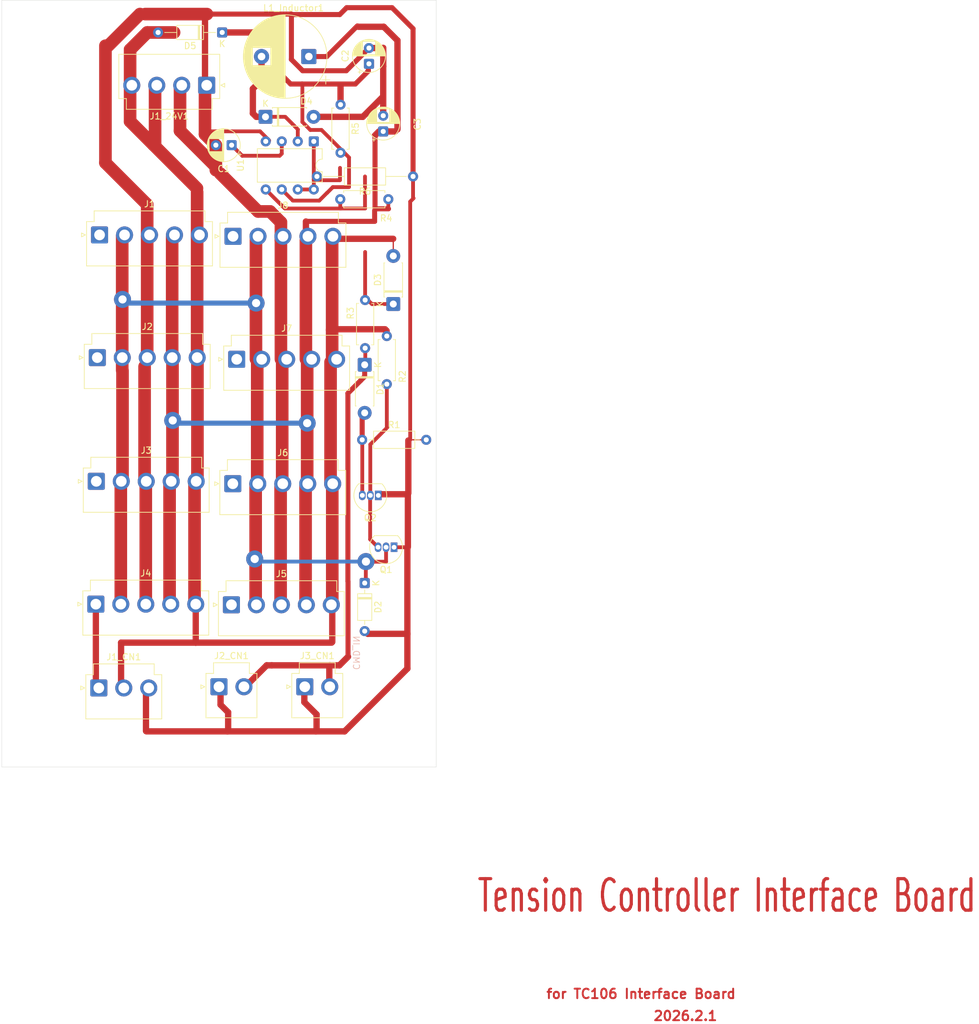
<source format=kicad_pcb>
(kicad_pcb (version 20241229) (generator "pcbnew") (generator_version "9.0")
  (layers (0 "F.Cu" signal) (2 "B.Cu" signal) (13 "F.Paste" user) (15 "B.Paste" user) (5 "F.SilkS" user "F.Silkscreen") (7 "B.SilkS" user "B.Silkscreen") (1 "F.Mask" user) (3 "B.Mask" user) (25 "Edge.Cuts" user))
  (net 0 "")
  (net 1 "+24V")
  (net 2 "Net-(D4-K)")
  (net 3 "Net-(D5-K)")
  (net 5 "GND")
  (net 6 "Net-(U1-Vfb)")
  (net 9 "/MC34063_TC")
  (net 10 "/TC_TX_REP")
  (net 11 "/TC_CMD_BUS")
  (net 12 "/+5V_OUT")
  (net 13 "/CMD_IN")
  (net 14 "/Q2C_NODE")
  (net 18 "/MC34063_SW_NODE")
  (net 19 "Net-(D3-K)")
  (net 21 "Net-(D1-A)")
  (net 22 "Net-(D2-K)")
  (net 23 "Net-(Q1-B)")
  (footprint "Connector_JST:JST_VH_B5P-VH-B_1x05_P3.96mm_Vertical" (layer "F.Cu") (at 124.3 69.34)
    (property "Reference" "J1" (at 7.92 -4.9 0) (layer "F.SilkS"))
    (property "Value" "Conn_01x05")
    (pad "1" thru_hole roundrect (at 0 0) (size 2.7 2.7) (drill 1.7) (layers "*.Cu" "*.Mask") (roundrect_rratio 0.092593))
    (pad "2" thru_hole circle (at 3.96 0) (size 2.7 2.7) (drill 1.7) (layers "*.Cu" "*.Mask") (net 11 "/TC_CMD_BUS"))
    (pad "3" thru_hole circle (at 7.92 0) (size 2.7 2.7) (drill 1.7) (layers "*.Cu" "*.Mask") (net 5 "GND"))
    (pad "4" thru_hole circle (at 11.88 0) (size 2.7 2.7) (drill 1.7) (layers "*.Cu" "*.Mask") (net 12 "/+5V_OUT"))
    (pad "5" thru_hole circle (at 15.84 0) (size 2.7 2.7) (drill 1.7) (layers "*.Cu" "*.Mask") (net 1 "+24V"))
  )
  (footprint "Capacitor_THT:CP_Radial_D5.0mm_P2.50mm" (layer "F.Cu") (at 169.28 52.94 90)
    (property "Reference" "C3" (at 1.14 5.43 90) (layer "F.SilkS"))
    (property "Value" "470uF 16V")
    (pad "1" thru_hole roundrect (at 0 0 90) (size 1.6 1.6) (drill 0.8) (layers "*.Cu" "*.Mask") (roundrect_rratio 0.15625) (net 12 "/+5V_OUT"))
    (pad "2" thru_hole circle (at 2.5 0 90) (size 1.6 1.6) (drill 0.8) (layers "*.Cu" "*.Mask") (net 5 "GND"))
  )
  (footprint "Resistor_THT:R_Axial_DIN0207_L6.3mm_D2.5mm_P15.24mm_Horizontal" (layer "F.Cu") (at 174.01 60.07 180)
    (property "Reference" "R6" (at 7.62 -2.37 180) (layer "F.SilkS"))
    (property "Value" "1.2k")
    (pad "1" thru_hole circle (at 0 0 180) (size 1.6 1.6) (drill 0.8) (layers "*.Cu" "*.Mask") (net 22 "Net-(D2-K)"))
    (pad "2" thru_hole circle (at 15.24 0 180) (size 1.6 1.6) (drill 0.8) (layers "*.Cu" "*.Mask") (net 3 "Net-(D5-K)"))
  )
  (footprint "Resistor_THT:R_Axial_DIN0207_L6.3mm_D2.5mm_P10.16mm_Horizontal" (layer "F.Cu") (at 165.94 101.81)
    (property "Reference" "R1" (at 5.08 -2.37 0) (layer "F.SilkS"))
    (property "Value" "0.22")
    (pad "1" thru_hole circle (at 0 0) (size 1.6 1.6) (drill 0.8) (layers "*.Cu" "*.Mask") (net 21 "Net-(D1-A)"))
    (pad "2" thru_hole circle (at 10.16 0) (size 1.6 1.6) (drill 0.8) (layers "*.Cu" "*.Mask") (net 5 "GND"))
  )
  (footprint "Connector_JST:JST_VH_B5P-VH-B_1x05_P3.96mm_Vertical" (layer "F.Cu") (at 145.4625 69.56)
    (property "Reference" "J8" (at 7.92 -4.9 0) (layer "F.SilkS"))
    (property "Value" "Conn_01x05" (hide yes))
    (pad "1" thru_hole roundrect (at 0 0) (size 2.7 2.7) (drill 1.7) (layers "*.Cu" "*.Mask") (roundrect_rratio 0.092593))
    (pad "2" thru_hole circle (at 3.96 0) (size 2.7 2.7) (drill 1.7) (layers "*.Cu" "*.Mask") (net 11 "/TC_CMD_BUS"))
    (pad "3" thru_hole circle (at 7.92 0) (size 2.7 2.7) (drill 1.7) (layers "*.Cu" "*.Mask") (net 5 "GND"))
    (pad "4" thru_hole circle (at 11.88 0) (size 2.7 2.7) (drill 1.7) (layers "*.Cu" "*.Mask") (net 12 "/+5V_OUT"))
    (pad "5" thru_hole circle (at 15.84 0) (size 2.7 2.7) (drill 1.7) (layers "*.Cu" "*.Mask") (net 1 "+24V"))
  )
  (footprint "Resistor_THT:R_Axial_DIN0207_L6.3mm_D2.5mm_P7.62mm_Horizontal" (layer "F.Cu") (at 169.8498 92.9894 90)
    (property "Reference" "R2" (at 1.21 2.49 90) (layer "F.SilkS"))
    (property "Value" "220")
    (pad "1" thru_hole circle (at 0 0 90) (size 1.6 1.6) (drill 0.8) (layers "*.Cu" "*.Mask") (net 14 "/Q2C_NODE"))
    (pad "2" thru_hole circle (at 7.62 0 90) (size 1.6 1.6) (drill 0.8) (layers "*.Cu" "*.Mask") (net 5 "GND"))
  )
  (footprint "Resistor_THT:R_Axial_DIN0207_L6.3mm_D2.5mm_P7.62mm_Horizontal" (layer "F.Cu") (at 166.41 87.28 90)
    (property "Reference" "R3" (at 5.54 -2.32 90) (layer "F.SilkS"))
    (property "Value" "10k")
    (pad "1" thru_hole circle (at 0 0 90) (size 1.6 1.6) (drill 0.8) (layers "*.Cu" "*.Mask") (net 23 "Net-(Q1-B)"))
    (pad "2" thru_hole circle (at 7.62 0 90) (size 1.6 1.6) (drill 0.8) (layers "*.Cu" "*.Mask") (net 1 "+24V"))
  )
  (footprint "Diode_THT:D_DO-35_SOD27_P7.62mm_Horizontal" (layer "F.Cu") (at 166.3446 124.5108 -90)
    (property "Reference" "D2" (at 3.81 -2.12 270) (layer "F.SilkS"))
    (property "Value" "1N4148")
    (fp_text user "K" (at 0 -1.8 270) (layer "F.SilkS"))
    (pad "1" thru_hole roundrect (at 0 0 270) (size 1.6 1.6) (drill 0.8) (layers "*.Cu" "*.Mask") (roundrect_rratio 0.15625) (net 22 "Net-(D2-K)"))
    (pad "2" thru_hole circle (at 7.62 0 270) (size 1.6 1.6) (drill 0.8) (layers "*.Cu" "*.Mask") (net 14 "/Q2C_NODE"))
  )
  (footprint "Diode_THT:D_DO-41_SOD81_P7.62mm_Horizontal" (layer "F.Cu") (at 166.34 89.92 -90)
    (property "Reference" "D1" (at 3.81 -2.47 270) (layer "F.SilkS"))
    (property "Value" "1N4148")
    (fp_text user "K" (at 0 -2.1 270) (layer "F.SilkS"))
    (pad "1" thru_hole roundrect (at 0 0 270) (size 2.2 2.2) (drill 1.1) (layers "*.Cu" "*.Mask") (roundrect_rratio 0.113636) (net 13 "/CMD_IN"))
    (pad "2" thru_hole circle (at 7.62 0 270) (size 2.2 2.2) (drill 1.1) (layers "*.Cu" "*.Mask") (net 21 "Net-(D1-A)"))
  )
  (footprint "Connector_JST:JST_VH_B5P-VH-B_1x05_P3.96mm_Vertical" (layer "F.Cu") (at 145.21 127.96)
    (property "Reference" "J5" (at 7.92 -4.9 0) (layer "F.SilkS"))
    (property "Value" "Conn_01x05" (hide yes))
    (pad "1" thru_hole roundrect (at 0 0) (size 2.7 2.7) (drill 1.7) (layers "*.Cu" "*.Mask") (roundrect_rratio 0.092593))
    (pad "2" thru_hole circle (at 3.96 0) (size 2.7 2.7) (drill 1.7) (layers "*.Cu" "*.Mask") (net 11 "/TC_CMD_BUS"))
    (pad "3" thru_hole circle (at 7.92 0) (size 2.7 2.7) (drill 1.7) (layers "*.Cu" "*.Mask") (net 5 "GND"))
    (pad "4" thru_hole circle (at 11.88 0) (size 2.7 2.7) (drill 1.7) (layers "*.Cu" "*.Mask") (net 12 "/+5V_OUT"))
    (pad "5" thru_hole circle (at 15.84 0) (size 2.7 2.7) (drill 1.7) (layers "*.Cu" "*.Mask") (net 1 "+24V"))
  )
  (footprint "Diode_THT:D_DO-41_SOD81_P7.62mm_Horizontal" (layer "F.Cu") (at 150.61 50.62)
    (property "Reference" "D4" (at 6.496428 -2.48 0) (layer "F.SilkS"))
    (property "Value" "1N5819")
    (fp_text user "K" (at 0 -2.1 0) (layer "F.SilkS"))
    (pad "1" thru_hole roundrect (at 0 0) (size 2.2 2.2) (drill 1.1) (layers "*.Cu" "*.Mask") (roundrect_rratio 0.113636) (net 2 "Net-(D4-K)"))
    (pad "2" thru_hole circle (at 7.62 0) (size 2.2 2.2) (drill 1.1) (layers "*.Cu" "*.Mask") (net 5 "GND"))
  )
  (footprint "Package_TO_SOT_THT:TO-92_Inline" (layer "F.Cu") (at 168.5 110.62 180)
    (property "Reference" "Q2" (at 1.27 -3.56 0) (layer "F.SilkS"))
    (property "Value" "DTC143E")
    (pad "1" thru_hole rect (at 0 0 180) (size 1.05 1.5) (drill 0.75) (layers "*.Cu" "*.Mask") (net 5 "GND"))
    (pad "2" thru_hole oval (at 1.27 0 180) (size 1.05 1.5) (drill 0.75) (layers "*.Cu" "*.Mask") (net 11 "/TC_CMD_BUS"))
    (pad "3" thru_hole oval (at 2.54 0 180) (size 1.05 1.5) (drill 0.75) (layers "*.Cu" "*.Mask") (net 21 "Net-(D1-A)"))
  )
  (footprint "Capacitor_THT:CP_Radial_D13.0mm_P7.50mm" (layer "F.Cu") (at 157.485216 41.07 180)
    (property "Reference" "L1_Inductor1" (at 2.428788 7.7 0) (layer "F.SilkS"))
    (property "Value" "L_Ferrite" (hide yes))
    (pad "1" thru_hole roundrect (at 0 0 180) (size 2.4 2.4) (drill 1.2) (layers "*.Cu" "*.Mask") (roundrect_rratio 0.104167) (net 12 "/+5V_OUT"))
    (pad "2" thru_hole circle (at 7.5 0 180) (size 2.4 2.4) (drill 1.2) (layers "*.Cu" "*.Mask") (net 2 "Net-(D4-K)"))
  )
  (footprint "Capacitor_THT:CP_Radial_D5.0mm_P2.50mm" (layer "F.Cu") (at 167.02 42.22 90)
    (property "Reference" "C2" (at 1.25 -3.75 90) (layer "F.SilkS"))
    (property "Value" "1000uF 35V")
    (pad "1" thru_hole roundrect (at 0 0 90) (size 1.6 1.6) (drill 0.8) (layers "*.Cu" "*.Mask") (roundrect_rratio 0.15625) (net 9 "/MC34063_TC"))
    (pad "2" thru_hole circle (at 2.5 0 90) (size 1.6 1.6) (drill 0.8) (layers "*.Cu" "*.Mask") (net 5 "GND"))
  )
  (footprint "Resistor_THT:R_Axial_DIN0207_L6.3mm_D2.5mm_P7.62mm_Horizontal" (layer "F.Cu") (at 162.51 48.69 -90)
    (property "Reference" "R5" (at 3.81 -2.37 270) (layer "F.SilkS"))
    (property "Value" "1k")
    (pad "1" thru_hole circle (at 0 0 270) (size 1.6 1.6) (drill 0.8) (layers "*.Cu" "*.Mask") (net 5 "GND"))
    (pad "2" thru_hole circle (at 7.62 0 270) (size 1.6 1.6) (drill 0.8) (layers "*.Cu" "*.Mask") (net 6 "Net-(U1-Vfb)"))
  )
  (footprint "Capacitor_THT:CP_Radial_D5.0mm_P2.50mm" (layer "F.Cu") (at 145.24 55.11 180)
    (property "Reference" "C1" (at 1.25 -3.75 0) (layer "F.SilkS"))
    (property "Value" "470pF 100V")
    (pad "1" thru_hole roundrect (at 0 0 180) (size 1.6 1.6) (drill 0.8) (layers "*.Cu" "*.Mask") (roundrect_rratio 0.15625) (net 19 "Net-(D3-K)"))
    (pad "2" thru_hole circle (at 2.5 0 180) (size 1.6 1.6) (drill 0.8) (layers "*.Cu" "*.Mask") (net 5 "GND"))
  )
  (footprint "Connector_JST:JST_VH_B5P-VH-B_1x05_P3.96mm_Vertical" (layer "F.Cu") (at 123.94 88.78)
    (property "Reference" "J2" (at 7.92 -4.9 0) (layer "F.SilkS"))
    (property "Value" "Conn_01x05")
    (pad "1" thru_hole roundrect (at 0 0) (size 2.7 2.7) (drill 1.7) (layers "*.Cu" "*.Mask") (roundrect_rratio 0.092593))
    (pad "2" thru_hole circle (at 3.96 0) (size 2.7 2.7) (drill 1.7) (layers "*.Cu" "*.Mask") (net 11 "/TC_CMD_BUS"))
    (pad "3" thru_hole circle (at 7.92 0) (size 2.7 2.7) (drill 1.7) (layers "*.Cu" "*.Mask") (net 5 "GND"))
    (pad "4" thru_hole circle (at 11.88 0) (size 2.7 2.7) (drill 1.7) (layers "*.Cu" "*.Mask") (net 12 "/+5V_OUT"))
    (pad "5" thru_hole circle (at 15.84 0) (size 2.7 2.7) (drill 1.7) (layers "*.Cu" "*.Mask") (net 1 "+24V"))
  )
  (footprint "Package_TO_SOT_THT:TO-92_Inline" (layer "F.Cu") (at 171 118.84 180)
    (property "Reference" "Q1" (at 1.27 -3.56 0) (layer "F.SilkS"))
    (property "Value" "DTC143E")
    (pad "1" thru_hole rect (at 0 0 180) (size 1.05 1.5) (drill 0.75) (layers "*.Cu" "*.Mask") (net 5 "GND"))
    (pad "2" thru_hole oval (at 1.27 0 180) (size 1.05 1.5) (drill 0.75) (layers "*.Cu" "*.Mask") (net 14 "/Q2C_NODE"))
    (pad "3" thru_hole oval (at 2.54 0 180) (size 1.05 1.5) (drill 0.75) (layers "*.Cu" "*.Mask") (net 23 "Net-(Q1-B)"))
  )
  (footprint "Diode_THT:D_DO-41_SOD81_P7.62mm_Horizontal" (layer "F.Cu") (at 170.876428 80.29 90)
    (property "Reference" "D3" (at 3.81 -2.47 90) (layer "F.SilkS"))
    (property "Value" "1N4007")
    (fp_text user "K" (at 0 -2.1 90) (layer "F.SilkS"))
    (pad "1" thru_hole roundrect (at 0 0 90) (size 2.2 2.2) (drill 1.1) (layers "*.Cu" "*.Mask") (roundrect_rratio 0.113636) (net 19 "Net-(D3-K)"))
    (pad "2" thru_hole circle (at 7.62 0 90) (size 2.2 2.2) (drill 1.1) (layers "*.Cu" "*.Mask") (net 1 "+24V"))
  )
  (footprint "Connector_JST:JST_VH_B5P-VH-B_1x05_P3.96mm_Vertical" (layer "F.Cu") (at 145.43 108.77)
    (property "Reference" "J6" (at 7.92 -4.9 0) (layer "F.SilkS"))
    (property "Value" "Conn_01x05" (hide yes))
    (pad "1" thru_hole roundrect (at 0 0) (size 2.7 2.7) (drill 1.7) (layers "*.Cu" "*.Mask") (roundrect_rratio 0.092593))
    (pad "2" thru_hole circle (at 3.96 0) (size 2.7 2.7) (drill 1.7) (layers "*.Cu" "*.Mask") (net 11 "/TC_CMD_BUS"))
    (pad "3" thru_hole circle (at 7.92 0) (size 2.7 2.7) (drill 1.7) (layers "*.Cu" "*.Mask") (net 5 "GND"))
    (pad "4" thru_hole circle (at 11.88 0) (size 2.7 2.7) (drill 1.7) (layers "*.Cu" "*.Mask") (net 12 "/+5V_OUT"))
    (pad "5" thru_hole circle (at 15.84 0) (size 2.7 2.7) (drill 1.7) (layers "*.Cu" "*.Mask") (net 1 "+24V"))
  )
  (footprint "Package_DIP:DIP-8_W7.62mm" (layer "F.Cu") (at 158.27 54.515 -90)
    (property "Reference" "U1" (at 3.785 11.62 90) (layer "F.SilkS"))
    (property "Value" "MC34063AP")
    (pad "1" thru_hole roundrect (at 0 0 270) (size 1.6 1.6) (drill 0.8) (layers "*.Cu" "*.Mask") (roundrect_rratio 0.15625) (net 18 "/MC34063_SW_NODE"))
    (pad "2" thru_hole circle (at 0 2.54 270) (size 1.6 1.6) (drill 0.8) (layers "*.Cu" "*.Mask") (net 2 "Net-(D4-K)"))
    (pad "3" thru_hole circle (at 0 5.08 270) (size 1.6 1.6) (drill 0.8) (layers "*.Cu" "*.Mask") (net 9 "/MC34063_TC"))
    (pad "4" thru_hole circle (at 0 7.62 270) (size 1.6 1.6) (drill 0.8) (layers "*.Cu" "*.Mask") (net 5 "GND"))
    (pad "5" thru_hole circle (at 7.62 7.62 270) (size 1.6 1.6) (drill 0.8) (layers "*.Cu" "*.Mask") (net 6 "Net-(U1-Vfb)"))
    (pad "6" thru_hole circle (at 7.62 5.08 270) (size 1.6 1.6) (drill 0.8) (layers "*.Cu" "*.Mask") (net 19 "Net-(D3-K)"))
    (pad "7" thru_hole circle (at 7.62 2.54 270) (size 1.6 1.6) (drill 0.8) (layers "*.Cu" "*.Mask") (net 18 "/MC34063_SW_NODE"))
    (pad "8" thru_hole circle (at 7.62 0 270) (size 1.6 1.6) (drill 0.8) (layers "*.Cu" "*.Mask") (net 18 "/MC34063_SW_NODE"))
  )
  (footprint "Connector_JST:JST_VH_B5P-VH-B_1x05_P3.96mm_Vertical" (layer "F.Cu") (at 123.78 108.39)
    (property "Reference" "J3" (at 7.92 -4.9 0) (layer "F.SilkS"))
    (property "Value" "Conn_01x05")
    (pad "1" thru_hole roundrect (at 0 0) (size 2.7 2.7) (drill 1.7) (layers "*.Cu" "*.Mask") (roundrect_rratio 0.092593))
    (pad "2" thru_hole circle (at 3.96 0) (size 2.7 2.7) (drill 1.7) (layers "*.Cu" "*.Mask") (net 11 "/TC_CMD_BUS"))
    (pad "3" thru_hole circle (at 7.92 0) (size 2.7 2.7) (drill 1.7) (layers "*.Cu" "*.Mask") (net 5 "GND"))
    (pad "4" thru_hole circle (at 11.88 0) (size 2.7 2.7) (drill 1.7) (layers "*.Cu" "*.Mask") (net 12 "/+5V_OUT"))
    (pad "5" thru_hole circle (at 15.84 0) (size 2.7 2.7) (drill 1.7) (layers "*.Cu" "*.Mask") (net 1 "+24V"))
  )
  (footprint "Connector_JST:JST_VH_B5P-VH-B_1x05_P3.96mm_Vertical" (layer "F.Cu") (at 123.71 127.86)
    (property "Reference" "J4" (at 7.92 -4.9 0) (layer "F.SilkS"))
    (property "Value" "Conn_01x05" (hide yes))
    (pad "1" thru_hole roundrect (at 0 0) (size 2.7 2.7) (drill 1.7) (layers "*.Cu" "*.Mask") (roundrect_rratio 0.092593) (net 10 "/TC_TX_REP"))
    (pad "2" thru_hole circle (at 3.96 0) (size 2.7 2.7) (drill 1.7) (layers "*.Cu" "*.Mask") (net 11 "/TC_CMD_BUS"))
    (pad "3" thru_hole circle (at 7.92 0) (size 2.7 2.7) (drill 1.7) (layers "*.Cu" "*.Mask") (net 5 "GND"))
    (pad "4" thru_hole circle (at 11.88 0) (size 2.7 2.7) (drill 1.7) (layers "*.Cu" "*.Mask") (net 12 "/+5V_OUT"))
    (pad "5" thru_hole circle (at 15.84 0) (size 2.7 2.7) (drill 1.7) (layers "*.Cu" "*.Mask") (net 1 "+24V"))
  )
  (footprint "Connector_JST:JST_VH_B4P-VH-B_1x04_P3.96mm_Vertical" (layer "F.Cu") (at 141.29 45.62 180)
    (property "Reference" "J1_24V1" (at 5.94 -4.9 0) (layer "F.SilkS"))
    (property "Value" "JST_VH_01x04")
    (pad "1" thru_hole roundrect (at 0 0 180) (size 2.7 2.7) (drill 1.7) (layers "*.Cu" "*.Mask") (roundrect_rratio 0.092593) (net 5 "GND"))
    (pad "2" thru_hole circle (at 3.96 0 180) (size 2.7 2.7) (drill 1.7) (layers "*.Cu" "*.Mask") (net 5 "GND"))
    (pad "3" thru_hole circle (at 7.92 0 180) (size 2.7 2.7) (drill 1.7) (layers "*.Cu" "*.Mask") (net 1 "+24V"))
    (pad "4" thru_hole circle (at 11.88 0 180) (size 2.7 2.7) (drill 1.7) (layers "*.Cu" "*.Mask") (net 1 "+24V"))
  )
  (footprint "Diode_THT:D_DO-35_SOD27_P10.16mm_Horizontal" (layer "F.Cu") (at 143.74 37.25 180)
    (property "Reference" "D5" (at 5.08 -2.12 180) (layer "F.SilkS"))
    (property "Value" "1N4148")
    (fp_text user "K" (at 0 -1.8 180) (layer "F.SilkS"))
    (pad "1" thru_hole roundrect (at 0 0 180) (size 1.6 1.6) (drill 0.8) (layers "*.Cu" "*.Mask") (roundrect_rratio 0.15625) (net 3 "Net-(D5-K)"))
    (pad "2" thru_hole circle (at 10.16 0 180) (size 1.6 1.6) (drill 0.8) (layers "*.Cu" "*.Mask") (net 1 "+24V"))
  )
  (footprint "Connector_JST:JST_VH_B2P-VH-B_1x02_P3.96mm_Vertical" (layer "F.Cu") (at 156.8425 140.95)
    (property "Reference" "J3_CN1" (at 1.98 -4.9 0) (layer "F.SilkS"))
    (property "Value" "JST_VH_01x02")
    (pad "1" thru_hole roundrect (at 0 0) (size 2.7 2.7) (drill 1.7) (layers "*.Cu" "*.Mask") (roundrect_rratio 0.092593) (net 5 "GND"))
    (pad "2" thru_hole circle (at 3.96 0) (size 2.7 2.7) (drill 1.7) (layers "*.Cu" "*.Mask") (net 13 "/CMD_IN"))
  )
  (footprint "Connector_JST:JST_VH_B3P-VH-B_1x03_P3.96mm_Vertical" (layer "F.Cu") (at 124.18 141.14)
    (property "Reference" "J1_CN1" (at 3.96 -4.9 0) (layer "F.SilkS"))
    (property "Value" "JST_VH_01x03")
    (pad "1" thru_hole roundrect (at 0 0) (size 2.7 2.7) (drill 1.7) (layers "*.Cu" "*.Mask") (roundrect_rratio 0.092593) (net 10 "/TC_TX_REP"))
    (pad "2" thru_hole circle (at 3.96 0) (size 2.7 2.7) (drill 1.7) (layers "*.Cu" "*.Mask") (net 1 "+24V"))
    (pad "3" thru_hole circle (at 7.92 0) (size 2.7 2.7) (drill 1.7) (layers "*.Cu" "*.Mask") (net 5 "GND"))
  )
  (footprint "Connector_JST:JST_VH_B2P-VH-B_1x02_P3.96mm_Vertical" (layer "F.Cu") (at 143.2325 140.95)
    (property "Reference" "J2_CN1" (at 1.98 -4.9 0) (layer "F.SilkS"))
    (property "Value" "JST_VH_01x02")
    (pad "1" thru_hole roundrect (at 0 0) (size 2.7 2.7) (drill 1.7) (layers "*.Cu" "*.Mask") (roundrect_rratio 0.092593) (net 5 "GND"))
    (pad "2" thru_hole circle (at 3.96 0) (size 2.7 2.7) (drill 1.7) (layers "*.Cu" "*.Mask") (net 13 "/CMD_IN"))
  )
  (footprint "Connector_JST:JST_VH_B5P-VH-B_1x05_P3.96mm_Vertical" (layer "F.Cu") (at 146.05 89.05)
    (property "Reference" "J7" (at 7.92 -4.9 0) (layer "F.SilkS"))
    (property "Value" "Conn_01x05" (hide yes))
    (pad "1" thru_hole roundrect (at 0 0) (size 2.7 2.7) (drill 1.7) (layers "*.Cu" "*.Mask") (roundrect_rratio 0.092593))
    (pad "2" thru_hole circle (at 3.96 0) (size 2.7 2.7) (drill 1.7) (layers "*.Cu" "*.Mask") (net 11 "/TC_CMD_BUS"))
    (pad "3" thru_hole circle (at 7.92 0) (size 2.7 2.7) (drill 1.7) (layers "*.Cu" "*.Mask") (net 5 "GND"))
    (pad "4" thru_hole circle (at 11.88 0) (size 2.7 2.7) (drill 1.7) (layers "*.Cu" "*.Mask") (net 12 "/+5V_OUT"))
    (pad "5" thru_hole circle (at 15.84 0) (size 2.7 2.7) (drill 1.7) (layers "*.Cu" "*.Mask") (net 1 "+24V"))
  )
  (footprint "Resistor_THT:R_Axial_DIN0207_L6.3mm_D2.5mm_P7.62mm_Horizontal" (layer "F.Cu") (at 162.47 63.68)
    (property "Reference" "R4" (at 7.28 3.01 0) (layer "F.SilkS"))
    (property "Value" "6.2k")
    (pad "1" thru_hole circle (at 0 0) (size 1.6 1.6) (drill 0.8) (layers "*.Cu" "*.Mask") (net 6 "Net-(U1-Vfb)"))
    (pad "2" thru_hole circle (at 7.62 0) (size 1.6 1.6) (drill 0.8) (layers "*.Cu" "*.Mask") (net 12 "/+5V_OUT"))
  )
  (gr_rect (start 108.8 32.13) (end 177.69 153.68) (stroke (width 0.05)) (fill no) (layer "Edge.Cuts"))
  (gr_text "Tension Controller Interface Board" (at 184 177 0) (layer "F.Cu") (effects (font (size 5 3) (thickness 0.5)) (justify left bottom)))
  (gr_text "for TC106 Interface Board" (at 195 190.5 0) (layer "F.Cu") (effects (font (size 1.5 1.5) (thickness 0.3) (bold yes)) (justify left bottom)))
  (gr_text "2026.2.1" (at 212 194 0) (layer "F.Cu") (effects (font (size 1.5 1.5) (thickness 0.3) (bold yes)) (justify left bottom)))
  (gr_text "CMD_IN" (at 164.4142 138.3538 270) (layer "B.SilkS") (effects (font (size 1 1) (thickness 0.1)) (justify left bottom mirror)))
  (segment (start 170.876428 80.29) (end 167.5 80.29) (width 0.6) (layer "F.Cu") (net 0))
  (segment (start 162.43 58.71) (end 162.43 60.646428) (width 0.6) (layer "F.Cu") (net 0))
  (segment (start 166.41 79.22) (end 166.41 72.04) (width 0.6) (layer "F.Cu") (net 0))
  (segment (start 158.28 60.67) (end 158.27 60.66) (width 0.2) (layer "F.Cu") (net 0))
  (segment (start 158.27 60.66) (end 158.27 60.55) (width 0.2) (layer "F.Cu") (net 0))
  (segment (start 167.5 80.29) (end 167.49 80.3) (width 0.2) (layer "F.Cu") (net 0))
  (segment (start 162.406428 60.67) (end 158.28 60.67) (width 0.6) (layer "F.Cu") (net 0))
  (segment (start 162.43 60.646428) (end 162.406428 60.67) (width 0.2) (layer "F.Cu") (net 0))
  (segment (start 158.27 62.135) (end 158.27 60.55) (width 0.6) (layer "F.Cu") (net 0))
  (segment (start 155.73 62.135) (end 158.27 62.135) (width 0.6) (layer "F.Cu") (net 0))
  (segment (start 158.27 60.55) (end 158.27 54.515) (width 0.6) (layer "F.Cu") (net 0))
  (segment (start 167.49 80.3) (end 166.41 79.22) (width 0.6) (layer "F.Cu") (net 0))
  (segment (start 139.82 89.23) (end 139.82 108.19) (width 2) (layer "F.Cu") (net 1))
  (segment (start 161.18 84.38) (end 161.18 70.37) (width 2) (layer "F.Cu") (net 1))
  (segment (start 170.86 69.95) (end 170.86 70.41) (width 0.2) (layer "F.Cu") (net 1))
  (segment (start 139.77 69.57) (end 139.77 89.18) (width 2) (layer "F.Cu") (net 1))
  (segment (start 169.81 85.64) (end 169.81 84.51) (width 1) (layer "F.Cu") (net 1))
  (segment (start 161.27 84.29) (end 161.18 84.38) (width 0.2) (layer "F.Cu") (net 1))
  (segment (start 170.86 69.95) (end 161.2 69.95) (width 1) (layer "F.Cu") (net 1))
  (segment (start 127.7125 133.96) (end 139.55 133.96) (width 1) (layer "F.Cu") (net 1))
  (segment (start 139.36 127.67) (end 139.55 127.86) (width 0.2) (layer "F.Cu") (net 1))
  (segment (start 161.2 109.16) (end 160.93 108.89) (width 0.2) (layer "F.Cu") (net 1))
  (segment (start 129.14 45.72) (end 129.14 39.97) (width 2) (layer "F.Cu") (net 1))
  (segment (start 161.2 69.95) (end 160.98 70.17) (width 0.2) (layer "F.Cu") (net 1))
  (segment (start 133.1 54.85) (end 132.87 55.08) (width 0.2) (layer "F.Cu") (net 1))
  (segment (start 170.86 69.95) (end 170.876428 69.966428) (width 0.2) (layer "F.Cu") (net 1))
  (segment (start 139.36 108.65) (end 139.36 127.67) (width 2) (layer "F.Cu") (net 1))
  (segment (start 131.86 37.25) (end 136.12 37.25) (width 2) (layer "F.Cu") (net 1))
  (segment (start 169.81 84.51) (end 169.59 84.29) (width 0.2) (layer "F.Cu") (net 1))
  (segment (start 161.2 133.856428) (end 161.2 127.94) (width 1) (layer "F.Cu") (net 1))
  (segment (start 139.82 108.19) (end 139.36 108.65) (width 0.2) (layer "F.Cu") (net 1))
  (segment (start 139.77 62.54) (end 139.75 62.52) (width 0.2) (layer "F.Cu") (net 1))
  (segment (start 169.59 84.29) (end 161.27 84.29) (width 1) (layer "F.Cu") (net 1))
  (segment (start 161.2 127.94) (end 161.2 109.16) (width 2) (layer "F.Cu") (net 1))
  (segment (start 129.14 51.33) (end 129.14 45.72) (width 2) (layer "F.Cu") (net 1))
  (segment (start 132.87 55.08) (end 129.13 51.34) (width 2) (layer "F.Cu") (net 1))
  (segment (start 129.13 51.34) (end 129.14 51.33) (width 0.2) (layer "F.Cu") (net 1))
  (segment (start 170.876428 70.426428) (end 170.876428 72.67) (width 0.2) (layer "F.Cu") (net 1))
  (segment (start 170.86 70.41) (end 170.876428 70.426428) (width 0.2) (layer "F.Cu") (net 1))
  (segment (start 160.93 108.89) (end 160.93 89.48) (width 2) (layer "F.Cu") (net 1))
  (segment (start 139.75 61.96) (end 132.87 55.08) (width 2) (layer "F.Cu") (net 1))
  (segment (start 127.7125 141) (end 127.7125 133.96) (width 1) (layer "F.Cu") (net 1))
  (segment (start 139.55 127.86) (end 139.55 133.96) (width 1) (layer "F.Cu") (net 1))
  (segment (start 139.55 133.96) (end 161.096428 133.96) (width 1) (layer "F.Cu") (net 1))
  (segment (start 161.18 89.23) (end 161.18 84.38) (width 2) (layer "F.Cu") (net 1))
  (segment (start 133.1 45.72) (end 133.1 54.85) (width 2) (layer "F.Cu") (net 1))
  (segment (start 129.14 39.97) (end 131.86 37.25) (width 2) (layer "F.Cu") (net 1))
  (segment (start 161.096428 133.96) (end 161.2 133.856428) (width 0.2) (layer "F.Cu") (net 1))
  (segment (start 161.18 70.37) (end 160.98 70.17) (width 0.2) (layer "F.Cu") (net 1))
  (segment (start 139.77 89.18) (end 139.82 89.23) (width 0.2) (layer "F.Cu") (net 1))
  (segment (start 139.77 69.57) (end 139.77 62.54) (width 2) (layer "F.Cu") (net 1))
  (segment (start 139.75 62.52) (end 139.75 61.96) (width 0.2) (layer "F.Cu") (net 1))
  (segment (start 160.93 89.48) (end 161.18 89.23) (width 0.2) (layer "F.Cu") (net 1))
  (segment (start 150.61 50.62) (end 149.15 50.62) (width 1) (layer "F.Cu") (net 2))
  (segment (start 155.73 54.515) (end 155.73 52.68) (width 0.6) (layer "F.Cu") (net 2))
  (segment (start 149.15 50.62) (end 148.61 50.08) (width 1) (layer "F.Cu") (net 2))
  (segment (start 153.75 50.62) (end 150.61 50.62) (width 0.6) (layer "F.Cu") (net 2))
  (segment (start 148.61 46.17) (end 149.985216 44.794784) (width 1) (layer "F.Cu") (net 2))
  (segment (start 148.61 50.08) (end 148.61 46.17) (width 1) (layer "F.Cu") (net 2))
  (segment (start 153.82 50.69) (end 153.75 50.62) (width 0.2) (layer "F.Cu") (net 2))
  (segment (start 155.73 52.68) (end 155.77 52.64) (width 0.2) (layer "F.Cu") (net 2))
  (segment (start 149.985216 44.794784) (end 149.985216 41.07) (width 1) (layer "F.Cu") (net 2))
  (segment (start 155.77 52.64) (end 153.82 50.69) (width 0.6) (layer "F.Cu") (net 2))
  (segment (start 163.86 61.74) (end 163.86 57.09) (width 0.6) (layer "F.Cu") (net 3))
  (segment (start 167.321 42.4039) (end 167.0861 42.169) (width 0.2) (layer "F.Cu") (net 3))
  (segment (start 156.46 45.463572) (end 156.416428 45.42) (width 0.2) (layer "F.Cu") (net 3))
  (segment (start 154.6 45.42) (end 156.416428 45.42) (width 0.8) (layer "F.Cu") (net 3))
  (segment (start 163.84 61.76) (end 163.86 61.74) (width 0.2) (layer "F.Cu") (net 3))
  (segment (start 156.46 51.44) (end 156.46 45.463572) (width 0.6) (layer "F.Cu") (net 3))
  (segment (start 166.92 42.57) (end 166.92 43.36) (width 0.8) (layer "F.Cu") (net 3))
  (segment (start 150.12 37.25) (end 152.54 39.67) (width 1) (layer "F.Cu") (net 3))
  (segment (start 143.74 37.25) (end 150.12 37.25) (width 1) (layer "F.Cu") (net 3))
  (segment (start 159.136428 63.9) (end 160.386428 62.65) (width 0.6) (layer "F.Cu") (net 3))
  (segment (start 159.49 52.7) (end 157.72 52.7) (width 0.6) (layer "F.Cu") (net 3))
  (segment (start 154.936428 63.881428) (end 154.936428 63.9) (width 0.2) (layer "F.Cu") (net 3))
  (segment (start 162.51 45.881) (end 162.57 45.821) (width 0.2) (layer "F.Cu") (net 3))
  (segment (start 162.57 45.821) (end 162.66 45.911) (width 0.2) (layer "F.Cu") (net 3))
  (segment (start 161.29 61.76) (end 163.84 61.76) (width 0.6) (layer "F.Cu") (net 3))
  (segment (start 157.72 52.7) (end 156.46 51.44) (width 0.6) (layer "F.Cu") (net 3))
  (segment (start 152.54 39.67) (end 152.54 43.36) (width 1) (layer "F.Cu") (net 3))
  (segment (start 163.86 57.09) (end 163.87 57.08) (width 0.2) (layer "F.Cu") (net 3))
  (segment (start 152.54 43.36) (end 154.6 45.42) (width 0.8) (layer "F.Cu") (net 3))
  (segment (start 164.86 45.42) (end 156.416428 45.42) (width 0.8) (layer "F.Cu") (net 3))
  (segment (start 160.386428 62.65) (end 160.4 62.65) (width 0.2) (layer "F.Cu") (net 3))
  (segment (start 163.87 57.08) (end 159.49 52.7) (width 0.6) (layer "F.Cu") (net 3))
  (segment (start 154.936428 63.9) (end 159.136428 63.9) (width 0.6) (layer "F.Cu") (net 3))
  (segment (start 153.19 62.135) (end 154.936428 63.881428) (width 0.6) (layer "F.Cu") (net 3))
  (segment (start 160.4 62.65) (end 161.29 61.76) (width 0.6) (layer "F.Cu") (net 3))
  (segment (start 166.92 43.36) (end 164.86 45.42) (width 0.8) (layer "F.Cu") (net 3))
  (segment (start 162.51 48.69) (end 162.51 45.881) (width 1) (layer "F.Cu") (net 3))
  (segment (start 174.01 63.43) (end 174.01 60.771) (width 0.6) (layer "F.Cu") (net 5))
  (segment (start 166.84 132.56) (end 166.71 132.43) (width 1) (layer "F.Cu") (net 5))
  (segment (start 125.23 39.35) (end 125.69 39.35) (width 0.2) (layer "F.Cu") (net 5))
  (segment (start 142.74 58.52) (end 142.74 59.073572) (width 0.2) (layer "F.Cu") (net 5))
  (segment (start 131.536428 34.34) (end 141.33 34.34) (width 2) (layer "F.Cu") (net 5))
  (segment (start 131.44 108.65) (end 131.44 90.2) (width 2) (layer "F.Cu") (net 5))
  (segment (start 176.1 101.81) (end 173.37 101.81) (width 0.2) (layer "F.Cu") (net 5))
  (segment (start 141.02 45.72) (end 141.02 34.43) (width 1) (layer "F.Cu") (net 5))
  (segment (start 168.68 110.44) (end 168.5 110.62) (width 0.2) (layer "F.Cu") (net 5))
  (segment (start 173.11 110.44) (end 173.26 110.29) (width 0.2) (layer "F.Cu") (net 5))
  (segment (start 153.01 127.67) (end 153.28 127.94) (width 0.2) (layer "F.Cu") (net 5))
  (segment (start 154.72 41.53) (end 156.51 43.32) (width 0.8) (layer "F.Cu") (net 5))
  (segment (start 130.71 34.33) (end 131.526428 34.33) (width 0.2) (layer "F.Cu") (net 5))
  (segment (start 141.25 52.92) (end 141.036428 52.706428) (width 0.2) (layer "F.Cu") (net 5))
  (segment (start 143.4825 140.91) (end 143.4825 143.7925) (width 1) (layer "F.Cu") (net 5))
  (segment (start 144.69 147.91) (end 144.58 148.02) (width 0.2) (layer "F.Cu") (net 5))
  (segment (start 153.06 67.34) (end 151.34 65.62) (width 2) (layer "F.Cu") (net 5))
  (segment (start 173.16 118.84) (end 173.19 118.81) (width 0.2) (layer "F.Cu") (net 5))
  (segment (start 173.11 132.56) (end 166.84 132.56) (width 1) (layer "F.Cu") (net 5))
  (segment (start 131.44 108.83) (end 131.63 109.02) (width 0.2) (layer "F.Cu") (net 5))
  (segment (start 153.06 89.03) (end 153.26 89.23) (width 0.2) (layer "F.Cu") (net 5))
  (segment (start 154.726428 34.34) (end 154.72 34.346428) (width 0.2) (layer "F.Cu") (net 5))
  (segment (start 158.71 145.33) (end 158.71 147.91) (width 1) (layer "F.Cu") (net 5))
  (segment (start 174.01 36.65) (end 170.68 33.32) (width 0.8) (layer "F.Cu") (net 5))
  (segment (start 141.036428 51.086428) (end 141.02 51.07) (width 0.2) (layer "F.Cu") (net 5))
  (segment (start 171 118.84) (end 173.16 118.84) (width 0.6) (layer "F.Cu") (net 5))
  (segment (start 173.11 138.07) (end 163.16 148.02) (width 1) (layer "F.Cu") (net 5))
  (segment (start 131.63 109.02) (end 131.63 127.86) (width 2) (layer "F.Cu") (net 5))
  (segment (start 141.22 34.34) (end 154.726428 34.34) (width 0.8) (layer "F.Cu") (net 5))
  (segment (start 172.99 118.84) (end 171 118.84) (width 0.2) (layer "F.Cu") (net 5))
  (segment (start 131.72 148.02) (end 144.58 148.02) (width 1) (layer "F.Cu") (net 5))
  (segment (start 153.01 108.89) (end 153.01 127.67) (width 2) (layer "F.Cu") (net 5))
  (segment (start 163.42 43.32) (end 167.02 39.72) (width 0.8) (layer "F.Cu") (net 5))
  (segment (start 144.58 148.02) (end 158.6 148.02) (width 1) (layer "F.Cu") (net 5))
  (segment (start 131.44 108.65) (end 131.44 108.83) (width 0.2) (layer "F.Cu") (net 5))
  (segment (start 151.2 54.375) (end 149.745 52.92) (width 0.6) (layer "F.Cu") (net 5))
  (segment (start 156.51 43.32) (end 163.42 43.32) (width 0.8) (layer "F.Cu") (net 5))
  (segment (start 144.69 145) (end 144.69 147.91) (width 1) (layer "F.Cu") (net 5))
  (segment (start 169.28 42.62) (end 169.286428 42.613572) (width 0.2) (layer "F.Cu") (net 5))
  (segment (start 131.85 69.57) (end 131.85 64.53) (width 2) (layer "F.Cu") (net 5))
  (segment (start 141.02 34.43) (end 140.93 34.34) (width 0.2) (layer "F.Cu") (net 5))
  (segment (start 170.68 33.32) (end 163.48 33.32) (width 0.8) (layer "F.Cu") (net 5))
  (segment (start 173.11 132.56) (end 173.11 118.96) (width 1) (layer "F.Cu") (net 5))
  (segment (start 131.72 148.02) (end 131.66 147.96) (width 0.2) (layer "F.Cu") (net 5))
  (segment (start 156.7725 143.3925) (end 158.71 145.33) (width 1) (layer "F.Cu") (net 5))
  (segment (start 140.93 34.34) (end 141.22 34.34) (width 0.2) (layer "F.Cu") (net 5))
  (segment (start 141.33 34.34) (end 141.33 34.45) (width 0.2) (layer "F.Cu") (net 5))
  (segment (start 153.06 70.17) (end 153.06 67.34) (width 2) (layer "F.Cu") (net 5))
  (segment (start 154.966428 34.41) (end 154.896428 34.34) (width 0.2) (layer "F.Cu") (net 5))
  (segment (start 149.44 65.62) (end 143.41 59.59) (width 2) (layer "F.Cu") (net 5))
  (segment (start 173.11 118.96) (end 172.99 118.84) (width 0.2) (layer "F.Cu") (net 5))
  (segment (start 173.56 101.81) (end 173.56 64.06) (width 0.6) (layer "F.Cu") (net 5))
  (segment (start 169.286428 39.69) (end 169.256428 39.72) (width 0.2) (layer "F.Cu") (net 5))
  (segment (start 131.85 64.53) (end 125.23 57.91) (width 2) (layer "F.Cu") (net 5))
  (segment (start 166.05 50.62) (end 158.23 50.62) (width 1) (layer "F.Cu") (net 5))
  (segment (start 169.28 50.44) (end 169.28 42.62) (width 1) (layer "F.Cu") (net 5))
  (segment (start 141.036428 52.706428) (end 141.036428 51.086428) (width 0.2) (layer "F.Cu") (net 5))
  (segment (start 125.69 39.35) (end 130.71 34.33) (width 2) (layer "F.Cu") (net 5))
  (segment (start 169.256428 39.72) (end 167.02 39.72) (width 1) (layer "F.Cu") (net 5))
  (segment (start 174.01 60.07) (end 174.01 36.65) (width 0.8) (layer "F.Cu") (net 5))
  (segment (start 143.41 59.59) (end 143.256428 59.59) (width 0.2) (layer "F.Cu") (net 5))
  (segment (start 125.23 57.91) (end 125.23 39.35) (width 2) (layer "F.Cu") (net 5))
  (segment (start 173.26 110.29) (end 173.26 101.92) (width 1) (layer "F.Cu") (net 5))
  (segment (start 166.71 132.43) (end 166.52 132.43) (width 1) (layer "F.Cu") (net 5))
  (segment (start 173.19 118.81) (end 173.19 110.52) (width 1) (layer "F.Cu") (net 5))
  (segment (start 131.85 89.18) (end 131.9 89.23) (width 0.2) (layer "F.Cu") (net 5))
  (segment (start 163.16 148.02) (end 158.6 148.02) (width 1) (layer "F.Cu") (net 5))
  (segment (start 173.19 110.52) (end 173.11 110.44) (width 0.2) (layer "F.Cu") (net 5))
  (segment (start 131.526428 34.33) (end 131.536428 34.34) (width 0.2) (layer "F.Cu") (net 5))
  (segment (start 141.02 51.07) (end 141.02 45.72) (width 0.2) (layer "F.Cu") (net 5))
  (segment (start 131.85 69.57) (end 131.85 89.18) (width 2) (layer "F.Cu") (net 5))
  (segment (start 143.4825 143.7925) (end 144.69 145) (width 1) (layer "F.Cu") (net 5))
  (segment (start 153.06 70.17) (end 153.06 89.03) (width 2) (layer "F.Cu") (net 5))
  (segment (start 143.256428 59.59) (end 142.74 59.073572) (width 0.2) (layer "F.Cu") (net 5))
  (segment (start 141.02 53.39) (end 142.74 55.11) (width 2) (layer "F.Cu") (net 5))
  (segment (start 141.02 45.72) (end 141.02 53.39) (width 2) (layer "F.Cu") (net 5))
  (segment (start 169.286428 42.613572) (end 169.286428 39.69) (width 1) (layer "F.Cu") (net 5))
  (segment (start 158.71 147.91) (end 158.6 148.02) (width 0.2) (layer "F.Cu") (net 5))
  (segment (start 162.39 34.41) (end 154.966428 34.41) (width 0.8) (layer "F.Cu") (net 5))
  (segment (start 151.34 65.62) (end 149.44 65.62) (width 2) (layer "F.Cu") (net 5))
  (segment (start 131.66 147.96) (end 131.66 141.01) (width 1) (layer "F.Cu") (net 5))
  (segment (start 154.72 34.346428) (end 154.72 41.53) (width 0.8) (layer "F.Cu") (net 5))
  (segment (start 142.74 59.073572) (end 142.74 55.11) (width 2) (layer "F.Cu") (net 5))
  (segment (start 173.11 138.07) (end 173.11 132.56) (width 1) (layer "F.Cu") (net 5))
  (segment (start 137.06 52.84) (end 142.74 58.52) (width 2) (layer "F.Cu") (net 5))
  (segment (start 173.37 101.81) (end 173.26 101.92) (width 0.2) (layer "F.Cu") (net 5))
  (segment (start 156.7725 140.91) (end 156.7725 143.3925) (width 1) (layer "F.Cu") (net 5))
  (segment (start 153.26 89.23) (end 153.26 108.64) (width 2) (layer "F.Cu") (net 5))
  (segment (start 169.23 47.44) (end 166.05 50.62) (width 1) (layer "F.Cu") (net 5))
  (segment (start 153.26 108.64) (end 153.01 108.89) (width 0.2) (layer "F.Cu") (net 5))
  (segment (start 173.11 110.44) (end 168.68 110.44) (width 1) (layer "F.Cu") (net 5))
  (segment (start 163.48 33.32) (end 162.39 34.41) (width 0.8) (layer "F.Cu") (net 5))
  (segment (start 141.33 34.45) (end 141.22 34.34) (width 0.2) (layer "F.Cu") (net 5))
  (segment (start 137.06 45.72) (end 137.06 52.84) (width 2) (layer "F.Cu") (net 5))
  (segment (start 149.745 52.92) (end 141.25 52.92) (width 0.6) (layer "F.Cu") (net 5))
  (segment (start 174.1 63.52) (end 174.01 63.43) (width 0.2) (layer "F.Cu") (net 5))
  (segment (start 173.56 64.06) (end 174.1 63.52) (width 0.6) (layer "F.Cu") (net 5))
  (segment (start 153.65 65.12) (end 153.68 65.15) (width 0.2) (layer "F.Cu") (net 6))
  (segment (start 162.47 63.68) (end 162.47 65.08) (width 0.6) (layer "F.Cu") (net 6))
  (segment (start 162.54 65.15) (end 166.42 65.15) (width 0.6) (layer "F.Cu") (net 6))
  (segment (start 166.42 65.09) (end 166.39 65.06) (width 0.2) (layer "F.Cu") (net 6))
  (segment (start 162.506428 65.15) (end 162.54 65.15) (width 0.6) (layer "F.Cu") (net 6))
  (segment (start 166.42 65.15) (end 166.42 65.09) (width 0.2) (layer "F.Cu") (net 6))
  (segment (start 150.65 62.135) (end 153.635 65.12) (width 0.6) (layer "F.Cu") (net 6))
  (segment (start 166.39 65.06) (end 166.39 60.07) (width 0.6) (layer "F.Cu") (net 6))
  (segment (start 162.47 65.08) (end 162.54 65.15) (width 0.2) (layer "F.Cu") (net 6))
  (segment (start 153.635 65.12) (end 153.65 65.12) (width 0.2) (layer "F.Cu") (net 6))
  (segment (start 153.68 65.15) (end 162.506428 65.15) (width 0.6) (layer "F.Cu") (net 6))
  (segment (start 153.74 55.065) (end 153.19 54.515) (width 0.2) (layer "F.Cu") (net 9))
  (segment (start 145.24 55.11) (end 146.92 56.79) (width 0.6) (layer "F.Cu") (net 9))
  (segment (start 146.92 56.79) (end 152.86 56.79) (width 0.6) (layer "F.Cu") (net 9))
  (segment (start 153.19 56.46) (end 153.19 54.515) (width 0.6) (layer "F.Cu") (net 9))
  (segment (start 152.86 56.79) (end 153.19 56.46) (width 0.6) (layer "F.Cu") (net 9))
  (segment (start 123.71 127.86) (end 123.71 140.9575) (width 1) (layer "F.Cu") (net 10))
  (segment (start 123.71 140.9575) (end 123.7525 141) (width 0.2) (layer "F.Cu") (net 10))
  (segment (start 149.05 127.67) (end 149.32 127.94) (width 0.2) (layer "F.Cu") (net 11))
  (segment (start 149.1 70.17) (end 149.1 89.03) (width 2) (layer "F.Cu") (net 11))
  (segment (start 166.52 121.13) (end 169.72 121.13) (width 0.6) (layer "F.Cu") (net 11))
  (segment (start 166.52 121.13) (end 166.54 121.11) (width 0.2) (layer "F.Cu") (net 11))
  (segment (start 169.72 121.13) (end 169.73 121.14) (width 0.2) (layer "F.Cu") (net 11))
  (segment (start 166.52 121.51) (end 166.79 121.24) (width 0.2) (layer "F.Cu") (net 11))
  (segment (start 127.67 108.84) (end 127.48 108.65) (width 0.2) (layer "F.Cu") (net 11))
  (segment (start 149.05 108.89) (end 149.05 127.67) (width 2) (layer "F.Cu") (net 11))
  (segment (start 127.94 89.23) (end 127.94 90.87) (width 0.2) (layer "F.Cu") (net 11))
  (segment (start 127.94 108.19) (end 127.48 108.65) (width 0.2) (layer "F.Cu") (net 11))
  (segment (start 169.73 121.14) (end 169.73 118.84) (width 0.6) (layer "F.Cu") (net 11))
  (segment (start 127.89 69.57) (end 127.89 90.82) (width 2) (layer "F.Cu") (net 11))
  (segment (start 149.3 89.23) (end 149.3 108.64) (width 2) (layer "F.Cu") (net 11))
  (segment (start 166.52 124.81) (end 166.52 121.13) (width 0.6) (layer "F.Cu") (net 11))
  (segment (start 166.71 125.23) (end 166.7 125.22) (width 0.2) (layer "F.Cu") (net 11))
  (segment (start 127.67 127.86) (end 127.67 108.84) (width 2) (layer "F.Cu") (net 11))
  (segment (start 127.94 90.87) (end 127.94 108.19) (width 2) (layer "F.Cu") (net 11))
  (segment (start 149.3 108.64) (end 149.05 108.89) (width 0.2) (layer "F.Cu") (net 11))
  (segment (start 127.89 90.82) (end 127.94 90.87) (width 0.2) (layer "F.Cu") (net 11))
  (segment (start 149.1 89.03) (end 149.3 89.23) (width 0.2) (layer "F.Cu") (net 11))
  (via (at 127.94 79.56) (size 2.7) (drill 1.3) (layers "F.Cu" "B.Cu") (net 11))
  (via (at 166.54 121.11) (size 2.7) (drill 1.3) (layers "F.Cu" "B.Cu") (net 11))
  (via (at 148.9 120.7) (size 2.7) (drill 1.3) (layers "F.Cu" "B.Cu") (net 11))
  (via (at 149.12 80.14) (size 2.7) (drill 1.3) (layers "F.Cu" "B.Cu") (net 11))
  (segment (start 149.31 121.11) (end 148.9 120.7) (width 0.2) (layer "B.Cu") (net 11))
  (segment (start 149.35 121.15) (end 148.9 120.7) (width 0.2) (layer "B.Cu") (net 11))
  (segment (start 166.54 121.11) (end 149.31 121.11) (width 0.6) (layer "B.Cu") (net 11))
  (segment (start 149.12 80.14) (end 128.52 80.14) (width 0.8) (layer "B.Cu") (net 11))
  (segment (start 128.52 80.14) (end 127.94 79.56) (width 0.2) (layer "B.Cu") (net 11))
  (segment (start 135.81 89.18) (end 135.86 89.23) (width 0.2) (layer "F.Cu") (net 12))
  (segment (start 157.485216 41.07) (end 160.32 41.07) (width 0.8) (layer "F.Cu") (net 12))
  (segment (start 157.02 70.17) (end 157.02 89.03) (width 2) (layer "F.Cu") (net 12))
  (segment (start 169.37 36.35) (end 171.54 38.52) (width 1) (layer "F.Cu") (net 12))
  (segment (start 135.81 69.57) (end 135.81 89.18) (width 2) (layer "F.Cu") (net 12))
  (segment (start 165.18 36.21) (end 165.32 36.35) (width 0.2) (layer "F.Cu") (net 12))
  (segment (start 170.12 65.2) (end 168.12 65.2) (width 0.8) (layer "F.Cu") (net 12))
  (segment (start 157.02 67.206428) (end 157.036428 67.19) (width 0.2) (layer "F.Cu") (net 12))
  (segment (start 170.09 63.68) (end 170.09 65.17) (width 0.6) (layer "F.Cu") (net 12))
  (segment (start 167.92 65.46) (end 168.18 65.2) (width 0.2) (layer "F.Cu") (net 12))
  (segment (start 167.98 53.56) (end 168.6 52.94) (width 1) (layer "F.Cu") (net 12))
  (segment (start 135.86 89.23) (end 135.86 108.19) (width 2) (layer "F.Cu") (net 12))
  (segment (start 171.16 52.94) (end 169.28 52.94) (width 1) (layer "F.Cu") (net 12))
  (segment (start 167.98 65.06) (end 167.98 53.56) (width 0.8) (layer "F.Cu") (net 12))
  (segment (start 157.22 89.23) (end 157.22 99.11) (width 2) (layer "F.Cu") (net 12))
  (segment (start 170.09 65.17) (end 170.12 65.2) (width 0.2) (layer "F.Cu") (net 12))
  (segment (start 157.02 89.03) (end 157.22 89.23) (width 0.2) (layer "F.Cu") (net 12))
  (segment (start 171.54 38.52) (end 171.54 52.62) (width 1) (layer "F.Cu") (net 12))
  (segment (start 167.92 67.19) (end 167.92 65.46) (width 0.8) (layer "F.Cu") (net 12))
  (segment (start 168.12 65.2) (end 167.98 65.06) (width 0.2) (layer "F.Cu") (net 12))
  (segment (start 156.97 108.89) (end 156.97 127.67) (width 2) (layer "F.Cu") (net 12))
  (segment (start 156.97 127.67) (end 157.24 127.94) (width 0.2) (layer "F.Cu") (net 12))
  (segment (start 157.22 99.17) (end 157.22 108.64) (width 2) (layer "F.Cu") (net 12))
  (segment (start 171.19 52.97) (end 171.16 52.94) (width 0.2) (layer "F.Cu") (net 12))
  (segment (start 168.6 52.94) (end 169.28 52.94) (width 0.2) (layer "F.Cu") (net 12))
  (segment (start 157.02 70.17) (end 157.02 67.206428) (width 1) (layer "F.Cu") (net 12))
  (segment (start 157.036428 67.19) (end 167.92 67.19) (width 0.8) (layer "F.Cu") (net 12))
  (segment (start 135.86 108.19) (end 135.4 108.65) (width 0.2) (layer "F.Cu") (net 12))
  (segment (start 165.32 36.35) (end 169.37 36.35) (width 1) (layer "F.Cu") (net 12))
  (segment (start 135.4 108.65) (end 135.4 127.67) (width 2) (layer "F.Cu") (net 12))
  (segment (start 171.54 52.62) (end 171.19 52.97) (width 0.2) (layer "F.Cu") (net 12))
  (segment (start 135.4 127.67) (end 135.59 127.86) (width 0.2) (layer "F.Cu") (net 12))
  (segment (start 157.22 108.64) (end 156.97 108.89) (width 0.2) (layer "F.Cu") (net 12))
  (segment (start 160.32 41.07) (end 165.18 36.21) (width 0.8) (layer "F.Cu") (net 12))
  (via (at 135.9 98.74) (size 2.7) (drill 1.3) (layers "F.Cu" "B.Cu") (net 12))
  (via (at 157.22 99.17) (size 2.7) (drill 1.3) (layers "F.Cu" "B.Cu") (net 12))
  (segment (start 157.22 99.17) (end 136.33 99.17) (width 0.8) (layer "B.Cu") (net 12))
  (segment (start 136.33 99.17) (end 135.9 98.74) (width 0.2) (layer "B.Cu") (net 12))
  (segment (start 151.59 137.55) (end 160.81 137.55) (width 1) (layer "F.Cu") (net 13))
  (segment (start 166.44 89.82) (end 166.34 89.92) (width 0.2) (layer "F.Cu") (net 13))
  (segment (start 162.34 137.55) (end 163.7 136.19) (width 1) (layer "F.Cu") (net 13))
  (segment (start 163.76 136.19) (end 163.7 136.13) (width 0.2) (layer "F.Cu") (net 13))
  (segment (start 163.7 136.19) (end 163.76 136.19) (width 0.2) (layer "F.Cu") (net 13))
  (segment (start 166.34 91.78) (end 165.67 92.45) (width 0.8) (layer "F.Cu") (net 13))
  (segment (start 160.81 137.55) (end 162.34 137.55) (width 1) (layer "F.Cu") (net 13))
  (segment (start 163.7 136.13) (end 163.7 124.243572) (width 0.8) (layer "F.Cu") (net 13))
  (segment (start 150.8025 137.55) (end 151.59 137.55) (width 1) (layer "F.Cu") (net 13))
  (segment (start 147.4425 140.91) (end 150.8025 137.55) (width 1) (layer "F.Cu") (net 13))
  (segment (start 166.34 89.92) (end 166.34 91.78) (width 0.8) (layer "F.Cu") (net 13))
  (segment (start 166.44 87.87) (end 166.44 89.82) (width 0.6) (layer "F.Cu") (net 13))
  (segment (start 160.7325 137.7125) (end 160.69 137.67) (width 0.2) (layer "F.Cu") (net 13))
  (segment (start 165.67 92.45) (end 163.68 94.44) (width 0.8) (layer "F.Cu") (net 13))
  (segment (start 160.7325 140.91) (end 160.7325 137.7125) (width 1) (layer "F.Cu") (net 13))
  (segment (start 163.68 94.44) (end 163.68 124.223572) (width 0.8) (layer "F.Cu") (net 13))
  (segment (start 160.69 137.67) (end 160.81 137.55) (width 0.2) (layer "F.Cu") (net 13))
  (segment (start 169.9006 99.8728) (end 169.8498 99.822) (width 0.2) (layer "F.Cu") (net 14))
  (segment (start 167.2082 111.221) (end 167.23 111.221) (width 0.2) (layer "F.Cu") (net 14))
  (segment (start 167.2082 117.5882) (end 167.2082 111.221) (width 0.6) (layer "F.Cu") (net 14))
  (segment (start 167.23 102.5434) (end 169.9006 99.8728) (width 0.6) (layer "F.Cu") (net 14))
  (segment (start 167.23 110.62) (end 167.23 102.5434) (width 0.6) (layer "F.Cu") (net 14))
  (segment (start 168.46 118.84) (end 167.2082 117.5882) (width 0.6) (layer "F.Cu") (net 14))
  (segment (start 169.8498 99.822) (end 169.8498 92.9894) (width 0.6) (layer "F.Cu") (net 14))
  (segment (start 165.96 102.24) (end 165.64 101.92) (width 0.2) (layer "F.Cu") (net 21))
  (segment (start 165.96 110.62) (end 165.96 102.24) (width 0.6) (layer "F.Cu") (net 21))
  (segment (start 165.94 97.94) (end 166.34 97.54) (width 0.2) (layer "F.Cu") (net 21))
  (segment (start 165.64 98.27) (end 165.67 98.24) (width 0.2) (layer "F.Cu") (net 21))
  (segment (start 165.94 101.81) (end 165.94 97.94) (width 0.8) (layer "F.Cu") (net 21))
)
</source>
